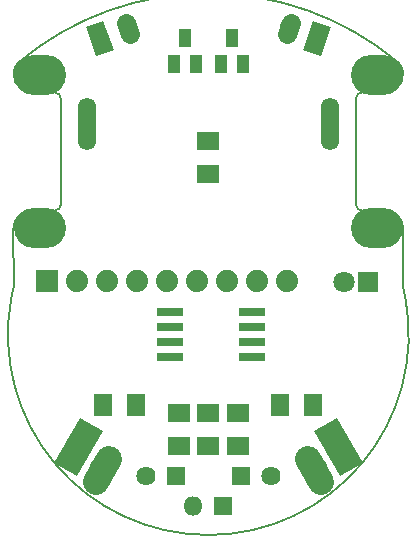
<source format=gbr>
G04 #@! TF.GenerationSoftware,KiCad,Pcbnew,5.0.0-rc2-dev-unknown-6866c0c~65~ubuntu18.04.1*
G04 #@! TF.CreationDate,2018-05-11T09:14:19+03:00*
G04 #@! TF.ProjectId,MiniBot_RevA,4D696E69426F745F526576412E6B6963,rev?*
G04 #@! TF.SameCoordinates,Original*
G04 #@! TF.FileFunction,Soldermask,Top*
G04 #@! TF.FilePolarity,Negative*
%FSLAX46Y46*%
G04 Gerber Fmt 4.6, Leading zero omitted, Abs format (unit mm)*
G04 Created by KiCad (PCBNEW 5.0.0-rc2-dev-unknown-6866c0c~65~ubuntu18.04.1) date Fri May 11 09:14:19 2018*
%MOMM*%
%LPD*%
G01*
G04 APERTURE LIST*
%ADD10C,0.200000*%
%ADD11O,1.625600X1.625600*%
%ADD12R,1.625600X1.625600*%
%ADD13C,1.625600*%
%ADD14R,2.301600X0.801600*%
%ADD15O,1.510000X4.460000*%
%ADD16C,1.879600*%
%ADD17R,1.879600X1.879600*%
%ADD18C,2.200000*%
%ADD19C,0.100000*%
%ADD20O,4.400000X3.400000*%
%ADD21C,2.200000*%
%ADD22R,1.800000X1.800000*%
%ADD23C,1.800000*%
%ADD24R,1.879600X1.625600*%
%ADD25C,1.601600*%
%ADD26C,1.601600*%
%ADD27R,1.101600X1.501600*%
%ADD28R,1.625600X1.879600*%
G04 APERTURE END LIST*
D10*
X83890090Y-33990991D02*
G75*
G03X85000000Y-36500000I1109910J-1009009D01*
G01*
X87000000Y-36500000D02*
X85000000Y-36500000D01*
X87000000Y-36500000D02*
G75*
G02X87500000Y-37000000I0J-500000D01*
G01*
X87500000Y-46000000D02*
G75*
G02X87000000Y-46500000I-500000J0D01*
G01*
X87500000Y-37000000D02*
X87500000Y-46000000D01*
X83500000Y-48000000D02*
G75*
G02X85000000Y-46500000I1500000J0D01*
G01*
X85000000Y-46500000D02*
X87000000Y-46500000D01*
X83500000Y-48000000D02*
X83507351Y-53003128D01*
X83300001Y-54000001D02*
G75*
G03X83507351Y-53003128I-2292650J996873D01*
G01*
X116699999Y-54000001D02*
G75*
G02X83300001Y-54000001I-16699999J-2999999D01*
G01*
X83888575Y-33986445D02*
G75*
G02X116080000Y-33960000I16111425J-19113555D01*
G01*
X113000000Y-46500000D02*
G75*
G02X112500000Y-46000000I0J500000D01*
G01*
X112500000Y-37000000D02*
G75*
G02X113000000Y-36500000I500000J0D01*
G01*
X116085033Y-33964287D02*
G75*
G02X115000000Y-36500000I-1085033J-1035713D01*
G01*
X115000000Y-46500000D02*
G75*
G02X116500000Y-48000000I0J-1500000D01*
G01*
X116700158Y-54005537D02*
G75*
G02X116489021Y-53000000I2288863J1005537D01*
G01*
X116500000Y-48000000D02*
X116490000Y-53000000D01*
X113000000Y-46500000D02*
X115000000Y-46500000D01*
X112500000Y-37000000D02*
X112500000Y-46000000D01*
X115000000Y-36500000D02*
X113000000Y-36500000D01*
D11*
X98730000Y-71500000D03*
D12*
X101270000Y-71500000D03*
X102730000Y-69000000D03*
D13*
X105270000Y-69000000D03*
D12*
X97270000Y-69000000D03*
D13*
X94730000Y-69000000D03*
D14*
X103735000Y-58905000D03*
X103735000Y-57635000D03*
X103735000Y-56365000D03*
X103735000Y-55095000D03*
X96765000Y-55095000D03*
X96765000Y-56365000D03*
X96765000Y-57635000D03*
X96765000Y-58905000D03*
D15*
X89713000Y-39200000D03*
X110287000Y-39200000D03*
D16*
X106700000Y-52500000D03*
X101620000Y-52500000D03*
X104160000Y-52500000D03*
X99080000Y-52500000D03*
X96540000Y-52500000D03*
D17*
X86380000Y-52500000D03*
D16*
X88920000Y-52500000D03*
X91460000Y-52500000D03*
X94000000Y-52500000D03*
D18*
X89000000Y-66500000D03*
D19*
G36*
X89147372Y-64044744D02*
X91052628Y-65144744D01*
X88852628Y-68955256D01*
X86947372Y-67855256D01*
X89147372Y-64044744D01*
X89147372Y-64044744D01*
G37*
D20*
X85750000Y-35000000D03*
X114250000Y-35000000D03*
X114250000Y-48000000D03*
D18*
X109000000Y-68500000D03*
D21*
X108450000Y-67547372D02*
X109550000Y-69452628D01*
D18*
X91000000Y-68500000D03*
D21*
X91550000Y-67547372D02*
X90450000Y-69452628D01*
D18*
X111000000Y-66500000D03*
D19*
G36*
X108947372Y-65144744D02*
X110852628Y-64044744D01*
X113052628Y-67855256D01*
X111147372Y-68955256D01*
X108947372Y-65144744D01*
X108947372Y-65144744D01*
G37*
D22*
X113528700Y-52535680D03*
D23*
X111499240Y-52538220D03*
D24*
X100000000Y-43397000D03*
X100000000Y-40603000D03*
D25*
X106806590Y-31065634D03*
D26*
X106977600Y-30595788D02*
X106635580Y-31535480D01*
D25*
X109193410Y-31934366D03*
D19*
G36*
X108885804Y-30438124D02*
X110390816Y-30985904D01*
X109501016Y-33430608D01*
X107996004Y-32882828D01*
X108885804Y-30438124D01*
X108885804Y-30438124D01*
G37*
D25*
X90806590Y-31934366D03*
D19*
G36*
X92003996Y-32882828D02*
X90498984Y-33430608D01*
X89609184Y-30985904D01*
X91114196Y-30438124D01*
X92003996Y-32882828D01*
X92003996Y-32882828D01*
G37*
D25*
X93193410Y-31065634D03*
D26*
X93364420Y-31535480D02*
X93022400Y-30595788D01*
D27*
X97997460Y-31897640D03*
X98952500Y-34107440D03*
X97050040Y-34107440D03*
X101050040Y-34107440D03*
X102952500Y-34107440D03*
X101997460Y-31897640D03*
D24*
X102500000Y-63603000D03*
X102500000Y-66397000D03*
X100000000Y-63603000D03*
X100000000Y-66397000D03*
D28*
X93897000Y-63000000D03*
X91103000Y-63000000D03*
X108897000Y-63000000D03*
X106103000Y-63000000D03*
D24*
X97500000Y-66397000D03*
X97500000Y-63603000D03*
D20*
X85750000Y-48000000D03*
M02*

</source>
